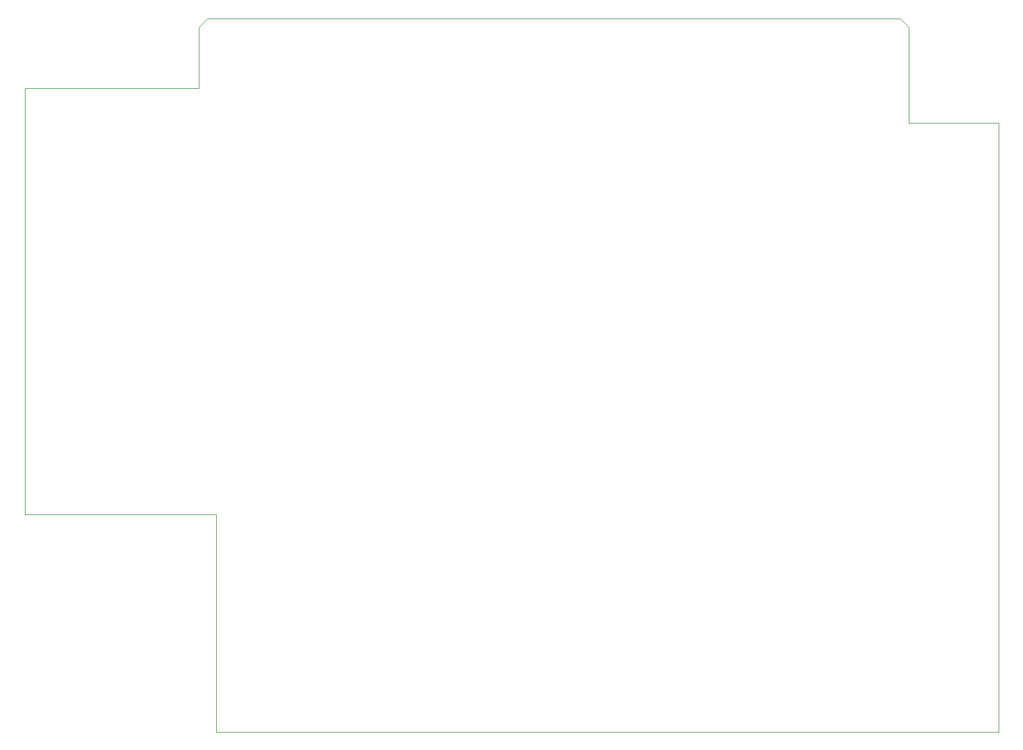
<source format=gm1>
%TF.GenerationSoftware,KiCad,Pcbnew,(6.0.7)*%
%TF.CreationDate,2022-10-12T10:44:45-05:00*%
%TF.ProjectId,CompaqPortableIIImemexp,436f6d70-6171-4506-9f72-7461626c6549,rev?*%
%TF.SameCoordinates,Original*%
%TF.FileFunction,Profile,NP*%
%FSLAX46Y46*%
G04 Gerber Fmt 4.6, Leading zero omitted, Abs format (unit mm)*
G04 Created by KiCad (PCBNEW (6.0.7)) date 2022-10-12 10:44:45*
%MOMM*%
%LPD*%
G01*
G04 APERTURE LIST*
%TA.AperFunction,Profile*%
%ADD10C,0.100000*%
%TD*%
G04 APERTURE END LIST*
D10*
X66040000Y-54610000D02*
X91440000Y-54610000D01*
X208280000Y-59690000D02*
X208280000Y-148590000D01*
X93980000Y-116840000D02*
X66040000Y-116840000D01*
X195224400Y-59690000D02*
X208280000Y-59690000D01*
X208280000Y-148590000D02*
X93980000Y-148590000D01*
X66040000Y-116840000D02*
X66040000Y-54610000D01*
X93980000Y-148590000D02*
X93980000Y-116840000D01*
X195224400Y-59690000D02*
X195224400Y-54610000D01*
%TO.C,J114*%
X195224400Y-45720000D02*
X195224400Y-54610000D01*
X193954400Y-44450000D02*
X195224400Y-45720000D01*
X91440000Y-45720000D02*
X92710000Y-44450000D01*
X92710000Y-44450000D02*
X193954400Y-44450000D01*
X91440000Y-45720000D02*
X91440000Y-54610000D01*
%TD*%
M02*

</source>
